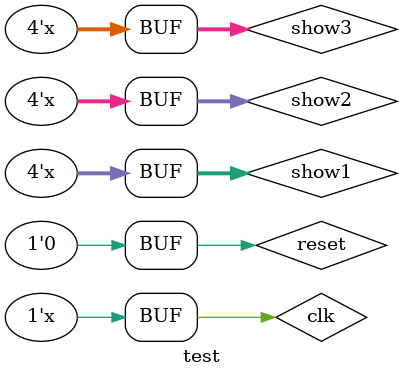
<source format=v>
`timescale 1ns / 1ps


module test();
reg clk,reset;
reg cathode;
wire[11:0] leds;
initial begin
    clk<=0;
    reset<=1;
    //sim_ena<=0;
    cathode<=0;
    #100 reset<=0;
end
always #5 clk=~clk;
top top_1(.system_clk(clk),.reset(reset),.cathode(cathode),.stimulus(stimulus),.leds(leds));
wire clk_34=top_1.clk_34;
wire[3:0] show1=top_1.show[11:8];
wire[3:0] show2=top_1.show[7:4];
wire[3:0] show3=top_1.show[3:0];
always @(posedge clk_34) begin
    #3000000 cathode<=0;
    #(({$random} % 100)*100000) cathode<=1;
    #100 cathode<=0;
end
endmodule

</source>
